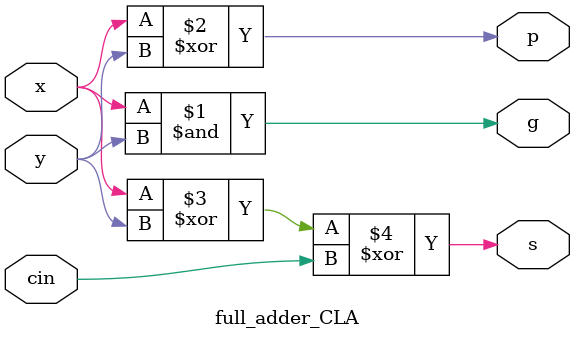
<source format=sv>
module carry_lookahead_adder
(
    input   logic[15:0]     A,
    input   logic[15:0]     B,
    output  logic[15:0]     Sum,
    output  logic           CO
);

    /* 
     * Insert code here to implement a CLA adder.
     * Your code should be completly combinational (don't use always_ff or always_latch).
     * Feel free to create sub-modules or other files. */
     
	  logic g0, g4, g8, g12;
	  logic p0, p4, p8, p12;
	  logic c0, c4, c8, c12;
	  
	  assign c0 = 0;
	  
	  four_bit_adder_CLA fcla0(.a(A[3:0]),.b(B[3:0]),.cin(c0),.g(g0),.p(p0),.s(Sum[3:0]));
	  
	  assign c4 = g0 | (c0 & p0);
	  four_bit_adder_CLA fcla1(.a(A[7:4]),.b(B[7:4]),.cin(c4),.g(g4),.p(p4),.s(Sum[7:4]));
	  
	  assign c8 = g4 | (g0 & p4) | (c0 & p0 & p4);
	  four_bit_adder_CLA fcla2(.a(A[11:8]),.b(B[11:8]),.cin(c8),.g(g8),.p(p8),.s(Sum[11:8]));
	  
	  assign c12 = g8 | (g4 & p8) | (g0 & p8 & p4) | (c0 & p8 & p4 & p0);
	  four_bit_adder_CLA fcla3(.a(A[15:12]),.b(B[15:12]),.cin(c12),.g(g12),.p(p12),.s(Sum[15:12]));
	  
	  assign CO = g12 | (g8 & p12) | (g4 & p12 & p8) | (g0 & p12 & p8 & p4) | (c0 & p12 & p8 & p4 & p0);
	  
endmodule

module four_bit_adder_CLA
(
	input [3:0] a,
	input [3:0] b,
	input cin,
	output logic g,
	output logic p,
	output logic [3:0] s
);

	logic g0, g1, g2, g3;
	logic p0, p1, p2, p3;
	logic c1, c2, c3;
	
	full_adder_CLA fa0(.x(a[0]),.y(b[0]),.cin(cin),.g(g0),.p(p0),.s(s[0]));
	
	assign c1 = (cin & p0) | g0;
	full_adder_CLA fa1(.x(a[1]),.y(b[1]),.cin(c1),.g(g1),.p(p1),.s(s[1]));
	
	assign c2 = (cin & p0 & p1) | (g0 & p1) | g1;
	full_adder_CLA fa2(.x(a[2]),.y(b[2]),.cin(c2),.g(g2),.p(p2),.s(s[2]));
	
	assign c3 = (cin & p0 & p1 & p2) | (g0 & p1 & p2) | (g1 & p2) | g2;
	full_adder_CLA fa3(.x(a[3]),.y(b[3]),.cin(c3),.g(g3),.p(p3),.s(s[3]));
	
	assign g = g3 | (g2 & p3) | (g1 & p3 & p2) | (g0 & p3 & p2 & p1);
	assign p = p0 & p1 & p2 & p3;

endmodule

module full_adder_CLA
(
	input x,
	input y,
	input cin,
	output logic g,
	output logic p,
	output logic s
);

	assign g = x & y;
	assign p = x ^ y;
	assign s = x ^ y ^ cin;

endmodule

</source>
